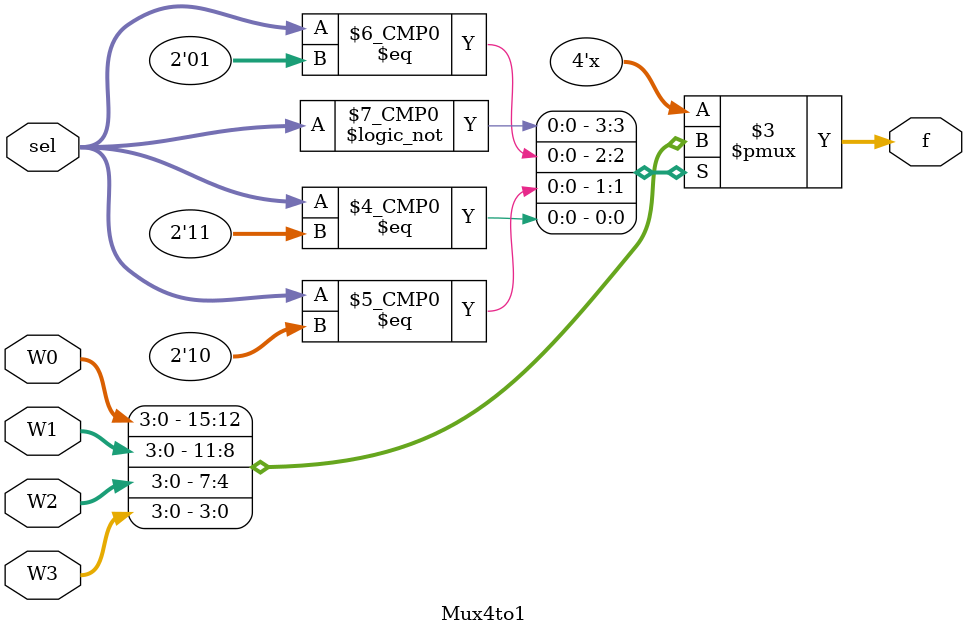
<source format=v>
module Mux4to1(W0, W1, W2, W3, sel, f);
	input [3:0] W0, W1, W2, W3;
	input [1:0] sel;
	output reg [3:0] f = 0;
	
	always @(*) begin
		case (sel)
			0: f = W0;
			1: f = W1;
			2: f = W2;
			3: f = W3;
		endcase
	end
endmodule
</source>
